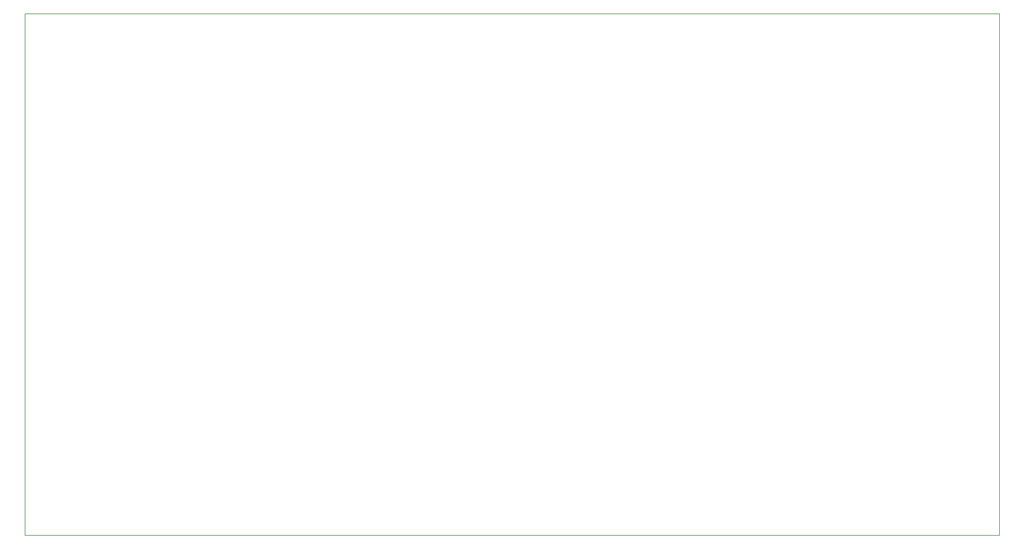
<source format=gm1>
G04 #@! TF.GenerationSoftware,KiCad,Pcbnew,(6.0.0)*
G04 #@! TF.CreationDate,2022-07-21T12:24:26+02:00*
G04 #@! TF.ProjectId,AWG,4157472e-6b69-4636-9164-5f7063625858,rev?*
G04 #@! TF.SameCoordinates,Original*
G04 #@! TF.FileFunction,Profile,NP*
%FSLAX46Y46*%
G04 Gerber Fmt 4.6, Leading zero omitted, Abs format (unit mm)*
G04 Created by KiCad (PCBNEW (6.0.0)) date 2022-07-21 12:24:26*
%MOMM*%
%LPD*%
G01*
G04 APERTURE LIST*
G04 #@! TA.AperFunction,Profile*
%ADD10C,0.050000*%
G04 #@! TD*
G04 APERTURE END LIST*
D10*
X140000000Y-125000000D02*
X140000000Y-50000000D01*
X140000000Y-50000000D02*
X280000000Y-50000000D01*
X280000000Y-50000000D02*
X280000000Y-125000000D01*
X280000000Y-125000000D02*
X140000000Y-125000000D01*
M02*

</source>
